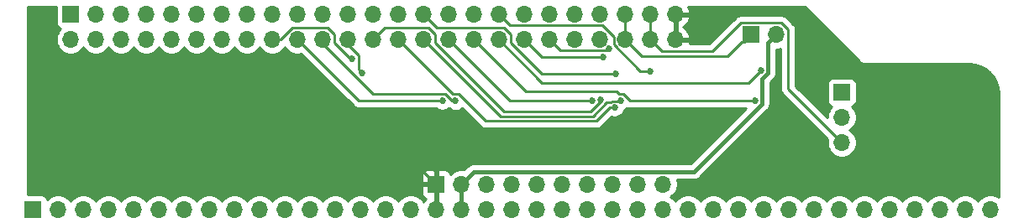
<source format=gbl>
G04 #@! TF.GenerationSoftware,KiCad,Pcbnew,5.1.7*
G04 #@! TF.CreationDate,2020-10-22T00:39:11+01:00*
G04 #@! TF.ProjectId,rc2014-icecore,72633230-3134-42d6-9963-65636f72652e,1*
G04 #@! TF.SameCoordinates,Original*
G04 #@! TF.FileFunction,Copper,L2,Bot*
G04 #@! TF.FilePolarity,Positive*
%FSLAX46Y46*%
G04 Gerber Fmt 4.6, Leading zero omitted, Abs format (unit mm)*
G04 Created by KiCad (PCBNEW 5.1.7) date 2020-10-22 00:39:11*
%MOMM*%
%LPD*%
G01*
G04 APERTURE LIST*
G04 #@! TA.AperFunction,ComponentPad*
%ADD10R,1.700000X1.700000*%
G04 #@! TD*
G04 #@! TA.AperFunction,ComponentPad*
%ADD11O,1.700000X1.700000*%
G04 #@! TD*
G04 #@! TA.AperFunction,ViaPad*
%ADD12C,0.685800*%
G04 #@! TD*
G04 #@! TA.AperFunction,Conductor*
%ADD13C,0.254000*%
G04 #@! TD*
G04 #@! TA.AperFunction,Conductor*
%ADD14C,0.381000*%
G04 #@! TD*
G04 #@! TA.AperFunction,Conductor*
%ADD15C,0.100000*%
G04 #@! TD*
G04 APERTURE END LIST*
D10*
X143256000Y-151511000D03*
D11*
X143256000Y-154051000D03*
X143256000Y-156591000D03*
D10*
X102362000Y-160782000D03*
D11*
X104902000Y-160782000D03*
X107442000Y-160782000D03*
X109982000Y-160782000D03*
X112522000Y-160782000D03*
X115062000Y-160782000D03*
X117602000Y-160782000D03*
X120142000Y-160782000D03*
X122682000Y-160782000D03*
X125222000Y-160782000D03*
D10*
X61722000Y-163322000D03*
D11*
X64262000Y-163322000D03*
X66802000Y-163322000D03*
X69342000Y-163322000D03*
X71882000Y-163322000D03*
X74422000Y-163322000D03*
X76962000Y-163322000D03*
X79502000Y-163322000D03*
X82042000Y-163322000D03*
X84582000Y-163322000D03*
X87122000Y-163322000D03*
X89662000Y-163322000D03*
X92202000Y-163322000D03*
X94742000Y-163322000D03*
X97282000Y-163322000D03*
X99822000Y-163322000D03*
X102362000Y-163322000D03*
X104902000Y-163322000D03*
X107442000Y-163322000D03*
X109982000Y-163322000D03*
X112522000Y-163322000D03*
X115062000Y-163322000D03*
X117602000Y-163322000D03*
X120142000Y-163322000D03*
X122682000Y-163322000D03*
X125222000Y-163322000D03*
X127762000Y-163322000D03*
X130302000Y-163322000D03*
X132842000Y-163322000D03*
X135382000Y-163322000D03*
X137922000Y-163322000D03*
X140462000Y-163322000D03*
X143002000Y-163322000D03*
X145542000Y-163322000D03*
X148082000Y-163322000D03*
X150622000Y-163322000D03*
X153162000Y-163322000D03*
X155702000Y-163322000D03*
X158242000Y-163322000D03*
D10*
X65532000Y-143637000D03*
D11*
X65532000Y-146177000D03*
X68072000Y-143637000D03*
X68072000Y-146177000D03*
X70612000Y-143637000D03*
X70612000Y-146177000D03*
X73152000Y-143637000D03*
X73152000Y-146177000D03*
X75692000Y-143637000D03*
X75692000Y-146177000D03*
X78232000Y-143637000D03*
X78232000Y-146177000D03*
X80772000Y-143637000D03*
X80772000Y-146177000D03*
X83312000Y-143637000D03*
X83312000Y-146177000D03*
X85852000Y-143637000D03*
X85852000Y-146177000D03*
X88392000Y-143637000D03*
X88392000Y-146177000D03*
X90932000Y-143637000D03*
X90932000Y-146177000D03*
X93472000Y-143637000D03*
X93472000Y-146177000D03*
X96012000Y-143637000D03*
X96012000Y-146177000D03*
X98552000Y-143637000D03*
X98552000Y-146177000D03*
X101092000Y-143637000D03*
X101092000Y-146177000D03*
X103632000Y-143637000D03*
X103632000Y-146177000D03*
X106172000Y-143637000D03*
X106172000Y-146177000D03*
X108712000Y-143637000D03*
X108712000Y-146177000D03*
X111252000Y-143637000D03*
X111252000Y-146177000D03*
X113792000Y-143637000D03*
X113792000Y-146177000D03*
X116332000Y-143637000D03*
X116332000Y-146177000D03*
X118872000Y-143637000D03*
X118872000Y-146177000D03*
X121412000Y-143637000D03*
X121412000Y-146177000D03*
X123952000Y-143637000D03*
X123952000Y-146177000D03*
X126492000Y-143637000D03*
X126492000Y-146177000D03*
D10*
X134112000Y-145669000D03*
D11*
X136652000Y-145669000D03*
D12*
X66675000Y-152654000D03*
X74549000Y-156718000D03*
X81661000Y-154051000D03*
X98171000Y-154051000D03*
X105918000Y-155448000D03*
X114935000Y-155448002D03*
X122682000Y-155194000D03*
X131318000Y-154178000D03*
X139065000Y-154940000D03*
X147574000Y-154940000D03*
X156845000Y-154686000D03*
X89789000Y-158470600D03*
X100838000Y-158877000D03*
X101981000Y-154051000D03*
X93884200Y-148092300D03*
X104341800Y-152387900D03*
X118932987Y-152237589D03*
X120448834Y-149658834D03*
X120976532Y-152374787D03*
X103007700Y-152380500D03*
X94869500Y-149530500D03*
X120364240Y-153044943D03*
X118108310Y-152387616D03*
X134498100Y-152371000D03*
X123952000Y-149352000D03*
X135107400Y-149271200D03*
X119229581Y-147927498D03*
X119818799Y-147132738D03*
D13*
X102362000Y-163322000D02*
X102362000Y-161632000D01*
X102362000Y-161632000D02*
X102362000Y-161505000D01*
X102362000Y-161505000D02*
X102362000Y-160782000D01*
X126492000Y-143637000D02*
X126492000Y-146177000D01*
X100838000Y-159258000D02*
X102362000Y-160782000D01*
X100838000Y-158877000D02*
X100838000Y-159258000D01*
D14*
X104902000Y-163322000D02*
X104902000Y-160782000D01*
X106172000Y-159512000D02*
X104902000Y-160782000D01*
X128345100Y-159512000D02*
X106172000Y-159512000D01*
X135806000Y-146515000D02*
X135806000Y-149560600D01*
X136652000Y-145669000D02*
X135806000Y-146515000D01*
X135196700Y-150169900D02*
X135196700Y-152660400D01*
X135806000Y-149560600D02*
X135196700Y-150169900D01*
X135196700Y-152660400D02*
X128345100Y-159512000D01*
D13*
X85852000Y-146177000D02*
X86686900Y-146177000D01*
X86686900Y-146177000D02*
X87892600Y-144971300D01*
X87892600Y-144971300D02*
X90432600Y-144971300D01*
X90432600Y-144971300D02*
X91431400Y-144971300D01*
X91431400Y-144971300D02*
X92137700Y-145677600D01*
X92137700Y-145677600D02*
X92137700Y-146547800D01*
X92137700Y-146547800D02*
X92266300Y-146676400D01*
X92266300Y-146676400D02*
X92972600Y-147382700D01*
X92972600Y-147382700D02*
X93682200Y-148092300D01*
X93682200Y-148092300D02*
X93884200Y-148092300D01*
X90932000Y-146177000D02*
X90932000Y-146581000D01*
X90932000Y-146581000D02*
X94170900Y-149819900D01*
X94170900Y-149819900D02*
X94580100Y-150229100D01*
X94580100Y-150229100D02*
X96032900Y-151681900D01*
X96032900Y-151681900D02*
X103297100Y-151681900D01*
X103297100Y-151681900D02*
X104003100Y-152387900D01*
X104003100Y-152387900D02*
X104341800Y-152387900D01*
X117969409Y-153436400D02*
X118932987Y-152472822D01*
X97217700Y-144971300D02*
X101591400Y-144971300D01*
X102297700Y-146547800D02*
X109186300Y-153436400D01*
X118932987Y-152472822D02*
X118932987Y-152237589D01*
X96012000Y-146177000D02*
X97217700Y-144971300D01*
X109186300Y-153436400D02*
X117969409Y-153436400D01*
X102297700Y-145677600D02*
X102297700Y-146547800D01*
X101591400Y-144971300D02*
X102297700Y-145677600D01*
X102426300Y-144971300D02*
X109211400Y-144971300D01*
X109917700Y-146547800D02*
X113028734Y-149658834D01*
X109917700Y-145677600D02*
X109917700Y-146547800D01*
X101092000Y-143637000D02*
X102426300Y-144971300D01*
X109211400Y-144971300D02*
X109917700Y-145677600D01*
X113028734Y-149658834D02*
X120448834Y-149658834D01*
X119555289Y-152536295D02*
X120005705Y-152536295D01*
X120142000Y-152400000D02*
X120794274Y-152400000D01*
X120819487Y-152374787D02*
X120976532Y-152374787D01*
X108834100Y-153919100D02*
X118172484Y-153919100D01*
X120794274Y-152400000D02*
X120819487Y-152374787D01*
X118172484Y-153919100D02*
X119555289Y-152536295D01*
X101092000Y-146177000D02*
X108834100Y-153919100D01*
X120005705Y-152536295D02*
X120142000Y-152400000D01*
X88392000Y-146177000D02*
X94595500Y-152380500D01*
X94595500Y-152380500D02*
X103007700Y-152380500D01*
X93472000Y-146177000D02*
X93472000Y-146692100D01*
X93472000Y-146692100D02*
X94582800Y-147802900D01*
X94582800Y-147802900D02*
X94582800Y-149243800D01*
X94582800Y-149243800D02*
X94869500Y-149530500D01*
X119878057Y-153044943D02*
X120364240Y-153044943D01*
X98552000Y-146177000D02*
X104064300Y-151689300D01*
X104631200Y-151689300D02*
X107343700Y-154401800D01*
X104064300Y-151689300D02*
X104631200Y-151689300D01*
X107343700Y-154401800D02*
X118521200Y-154401800D01*
X118521200Y-154401800D02*
X119878057Y-153044943D01*
X103632000Y-146177000D02*
X109842616Y-152387616D01*
X109842616Y-152387616D02*
X118108310Y-152387616D01*
X106172000Y-146177000D02*
X111414500Y-151419500D01*
X111414500Y-151419500D02*
X120546800Y-151419500D01*
X120546800Y-151419500D02*
X120804800Y-151677500D01*
X120804800Y-151677500D02*
X121261500Y-151677500D01*
X121261500Y-151677500D02*
X121955000Y-152371000D01*
X121955000Y-152371000D02*
X134498100Y-152371000D01*
X123952000Y-149352000D02*
X122959067Y-149352000D01*
X119132915Y-144766401D02*
X109841401Y-144766401D01*
X120282599Y-145916085D02*
X119132915Y-144766401D01*
X109841401Y-144766401D02*
X108712000Y-143637000D01*
X122959067Y-149352000D02*
X120282599Y-146675532D01*
X120282599Y-146675532D02*
X120282599Y-145916085D01*
X108712000Y-146177000D02*
X113065500Y-150530500D01*
X113065500Y-150530500D02*
X120948000Y-150530500D01*
X120948000Y-150530500D02*
X121526800Y-150530500D01*
X121526800Y-150530500D02*
X133848100Y-150530500D01*
X133848100Y-150530500D02*
X135107400Y-149271200D01*
X119228368Y-147928711D02*
X119229581Y-147927498D01*
X111252000Y-146177000D02*
X113003711Y-147928711D01*
X113003711Y-147928711D02*
X118877557Y-147928711D01*
X118877557Y-147928711D02*
X119228368Y-147928711D01*
X114921401Y-147306401D02*
X118929672Y-147306401D01*
X118929672Y-147306401D02*
X118930876Y-147305197D01*
X113792000Y-146177000D02*
X114921401Y-147306401D01*
X119646340Y-147305197D02*
X119818799Y-147132738D01*
X118930876Y-147305197D02*
X119646340Y-147305197D01*
X121412000Y-146177000D02*
X121412000Y-143637000D01*
X134112000Y-145669000D02*
X133389000Y-146392000D01*
X133389000Y-146392000D02*
X133262000Y-146392000D01*
X133262000Y-146392000D02*
X133209400Y-146392000D01*
X133209400Y-146392000D02*
X131736000Y-147865400D01*
X131736000Y-147865400D02*
X127191400Y-147865400D01*
X127191400Y-147865400D02*
X125792600Y-147865400D01*
X125792600Y-147865400D02*
X123100400Y-147865400D01*
X123100400Y-147865400D02*
X121412000Y-146177000D01*
X123952000Y-143637000D02*
X123952000Y-146177000D01*
X123952000Y-146177000D02*
X125157700Y-147382700D01*
X125157700Y-147382700D02*
X125992600Y-147382700D01*
X125992600Y-147382700D02*
X126991400Y-147382700D01*
X126991400Y-147382700D02*
X130195300Y-147382700D01*
X130195300Y-147382700D02*
X133114700Y-144463300D01*
X133114700Y-144463300D02*
X133241700Y-144463300D01*
X133241700Y-144463300D02*
X134343900Y-144463300D01*
X134343900Y-144463300D02*
X134687700Y-144463300D01*
X134687700Y-144463300D02*
X134814700Y-144463300D01*
X134814700Y-144463300D02*
X135109300Y-144463300D01*
X135109300Y-144463300D02*
X137151400Y-144463300D01*
X137151400Y-144463300D02*
X137857700Y-145169600D01*
X137857700Y-145169600D02*
X137857700Y-151192700D01*
X137857700Y-151192700D02*
X143256000Y-156591000D01*
X64043928Y-142824134D02*
X64043928Y-144487000D01*
X64056188Y-144611482D01*
X64092498Y-144731180D01*
X64151463Y-144841494D01*
X64230815Y-144938185D01*
X64327506Y-145017537D01*
X64437820Y-145076502D01*
X64510380Y-145098513D01*
X64378525Y-145230368D01*
X64216010Y-145473589D01*
X64104068Y-145743842D01*
X64047000Y-146030740D01*
X64047000Y-146323260D01*
X64104068Y-146610158D01*
X64216010Y-146880411D01*
X64378525Y-147123632D01*
X64585368Y-147330475D01*
X64828589Y-147492990D01*
X65098842Y-147604932D01*
X65385740Y-147662000D01*
X65678260Y-147662000D01*
X65965158Y-147604932D01*
X66235411Y-147492990D01*
X66478632Y-147330475D01*
X66685475Y-147123632D01*
X66802000Y-146949240D01*
X66918525Y-147123632D01*
X67125368Y-147330475D01*
X67368589Y-147492990D01*
X67638842Y-147604932D01*
X67925740Y-147662000D01*
X68218260Y-147662000D01*
X68505158Y-147604932D01*
X68775411Y-147492990D01*
X69018632Y-147330475D01*
X69225475Y-147123632D01*
X69342000Y-146949240D01*
X69458525Y-147123632D01*
X69665368Y-147330475D01*
X69908589Y-147492990D01*
X70178842Y-147604932D01*
X70465740Y-147662000D01*
X70758260Y-147662000D01*
X71045158Y-147604932D01*
X71315411Y-147492990D01*
X71558632Y-147330475D01*
X71765475Y-147123632D01*
X71882000Y-146949240D01*
X71998525Y-147123632D01*
X72205368Y-147330475D01*
X72448589Y-147492990D01*
X72718842Y-147604932D01*
X73005740Y-147662000D01*
X73298260Y-147662000D01*
X73585158Y-147604932D01*
X73855411Y-147492990D01*
X74098632Y-147330475D01*
X74305475Y-147123632D01*
X74422000Y-146949240D01*
X74538525Y-147123632D01*
X74745368Y-147330475D01*
X74988589Y-147492990D01*
X75258842Y-147604932D01*
X75545740Y-147662000D01*
X75838260Y-147662000D01*
X76125158Y-147604932D01*
X76395411Y-147492990D01*
X76638632Y-147330475D01*
X76845475Y-147123632D01*
X76962000Y-146949240D01*
X77078525Y-147123632D01*
X77285368Y-147330475D01*
X77528589Y-147492990D01*
X77798842Y-147604932D01*
X78085740Y-147662000D01*
X78378260Y-147662000D01*
X78665158Y-147604932D01*
X78935411Y-147492990D01*
X79178632Y-147330475D01*
X79385475Y-147123632D01*
X79502000Y-146949240D01*
X79618525Y-147123632D01*
X79825368Y-147330475D01*
X80068589Y-147492990D01*
X80338842Y-147604932D01*
X80625740Y-147662000D01*
X80918260Y-147662000D01*
X81205158Y-147604932D01*
X81475411Y-147492990D01*
X81718632Y-147330475D01*
X81925475Y-147123632D01*
X82042000Y-146949240D01*
X82158525Y-147123632D01*
X82365368Y-147330475D01*
X82608589Y-147492990D01*
X82878842Y-147604932D01*
X83165740Y-147662000D01*
X83458260Y-147662000D01*
X83745158Y-147604932D01*
X84015411Y-147492990D01*
X84258632Y-147330475D01*
X84465475Y-147123632D01*
X84582000Y-146949240D01*
X84698525Y-147123632D01*
X84905368Y-147330475D01*
X85148589Y-147492990D01*
X85418842Y-147604932D01*
X85705740Y-147662000D01*
X85998260Y-147662000D01*
X86285158Y-147604932D01*
X86555411Y-147492990D01*
X86798632Y-147330475D01*
X87005475Y-147123632D01*
X87122000Y-146949240D01*
X87238525Y-147123632D01*
X87445368Y-147330475D01*
X87688589Y-147492990D01*
X87958842Y-147604932D01*
X88245740Y-147662000D01*
X88538260Y-147662000D01*
X88756049Y-147618679D01*
X94030221Y-152892852D01*
X94054078Y-152921922D01*
X94083148Y-152945779D01*
X94170107Y-153017145D01*
X94222114Y-153044943D01*
X94302485Y-153087902D01*
X94446122Y-153131474D01*
X94558074Y-153142500D01*
X94558077Y-153142500D01*
X94595500Y-153146186D01*
X94632923Y-153142500D01*
X102387939Y-153142500D01*
X102544490Y-153247104D01*
X102722457Y-153320820D01*
X102911385Y-153358400D01*
X103104015Y-153358400D01*
X103292943Y-153320820D01*
X103470910Y-153247104D01*
X103631075Y-153140085D01*
X103671050Y-153100110D01*
X103718425Y-153147485D01*
X103878590Y-153254504D01*
X104056557Y-153328220D01*
X104245485Y-153365800D01*
X104438115Y-153365800D01*
X104627043Y-153328220D01*
X104805010Y-153254504D01*
X104965175Y-153147485D01*
X104988465Y-153124195D01*
X106778421Y-154914152D01*
X106802278Y-154943222D01*
X106918308Y-155038445D01*
X107050685Y-155109202D01*
X107194322Y-155152774D01*
X107306274Y-155163800D01*
X107306276Y-155163800D01*
X107343699Y-155167486D01*
X107381122Y-155163800D01*
X118483777Y-155163800D01*
X118521200Y-155167486D01*
X118558623Y-155163800D01*
X118558626Y-155163800D01*
X118670578Y-155152774D01*
X118814215Y-155109202D01*
X118946592Y-155038445D01*
X119062622Y-154943222D01*
X119086484Y-154914146D01*
X120034004Y-153966626D01*
X120078997Y-153985263D01*
X120267925Y-154022843D01*
X120460555Y-154022843D01*
X120649483Y-153985263D01*
X120827450Y-153911547D01*
X120987615Y-153804528D01*
X121123825Y-153668318D01*
X121230844Y-153508153D01*
X121304560Y-153330186D01*
X121311670Y-153294440D01*
X121439742Y-153241391D01*
X121599907Y-153134372D01*
X121658005Y-153076274D01*
X121661985Y-153078402D01*
X121805622Y-153121974D01*
X121917574Y-153133000D01*
X121917576Y-153133000D01*
X121954999Y-153136686D01*
X121992422Y-153133000D01*
X133556666Y-153133000D01*
X128003168Y-158686500D01*
X106212550Y-158686500D01*
X106171999Y-158682506D01*
X106131449Y-158686500D01*
X106131447Y-158686500D01*
X106010174Y-158698444D01*
X105854566Y-158745647D01*
X105761111Y-158795601D01*
X105711157Y-158822301D01*
X105649596Y-158872823D01*
X105585459Y-158925459D01*
X105559608Y-158956959D01*
X105191145Y-159325422D01*
X105048260Y-159297000D01*
X104755740Y-159297000D01*
X104468842Y-159354068D01*
X104198589Y-159466010D01*
X103955368Y-159628525D01*
X103823513Y-159760380D01*
X103801502Y-159687820D01*
X103742537Y-159577506D01*
X103663185Y-159480815D01*
X103566494Y-159401463D01*
X103456180Y-159342498D01*
X103336482Y-159306188D01*
X103212000Y-159293928D01*
X102647750Y-159297000D01*
X102489000Y-159455750D01*
X102489000Y-160655000D01*
X102509000Y-160655000D01*
X102509000Y-160909000D01*
X102489000Y-160909000D01*
X102489000Y-163195000D01*
X102509000Y-163195000D01*
X102509000Y-163449000D01*
X102489000Y-163449000D01*
X102489000Y-163469000D01*
X102235000Y-163469000D01*
X102235000Y-163449000D01*
X102215000Y-163449000D01*
X102215000Y-163195000D01*
X102235000Y-163195000D01*
X102235000Y-160909000D01*
X101035750Y-160909000D01*
X100877000Y-161067750D01*
X100873928Y-161632000D01*
X100886188Y-161756482D01*
X100922498Y-161876180D01*
X100981463Y-161986494D01*
X101060815Y-162083185D01*
X101157506Y-162162537D01*
X101267820Y-162221502D01*
X101343626Y-162244498D01*
X101166822Y-162440645D01*
X101097195Y-162557534D01*
X100975475Y-162375368D01*
X100768632Y-162168525D01*
X100525411Y-162006010D01*
X100255158Y-161894068D01*
X99968260Y-161837000D01*
X99675740Y-161837000D01*
X99388842Y-161894068D01*
X99118589Y-162006010D01*
X98875368Y-162168525D01*
X98668525Y-162375368D01*
X98552000Y-162549760D01*
X98435475Y-162375368D01*
X98228632Y-162168525D01*
X97985411Y-162006010D01*
X97715158Y-161894068D01*
X97428260Y-161837000D01*
X97135740Y-161837000D01*
X96848842Y-161894068D01*
X96578589Y-162006010D01*
X96335368Y-162168525D01*
X96128525Y-162375368D01*
X96012000Y-162549760D01*
X95895475Y-162375368D01*
X95688632Y-162168525D01*
X95445411Y-162006010D01*
X95175158Y-161894068D01*
X94888260Y-161837000D01*
X94595740Y-161837000D01*
X94308842Y-161894068D01*
X94038589Y-162006010D01*
X93795368Y-162168525D01*
X93588525Y-162375368D01*
X93472000Y-162549760D01*
X93355475Y-162375368D01*
X93148632Y-162168525D01*
X92905411Y-162006010D01*
X92635158Y-161894068D01*
X92348260Y-161837000D01*
X92055740Y-161837000D01*
X91768842Y-161894068D01*
X91498589Y-162006010D01*
X91255368Y-162168525D01*
X91048525Y-162375368D01*
X90932000Y-162549760D01*
X90815475Y-162375368D01*
X90608632Y-162168525D01*
X90365411Y-162006010D01*
X90095158Y-161894068D01*
X89808260Y-161837000D01*
X89515740Y-161837000D01*
X89228842Y-161894068D01*
X88958589Y-162006010D01*
X88715368Y-162168525D01*
X88508525Y-162375368D01*
X88392000Y-162549760D01*
X88275475Y-162375368D01*
X88068632Y-162168525D01*
X87825411Y-162006010D01*
X87555158Y-161894068D01*
X87268260Y-161837000D01*
X86975740Y-161837000D01*
X86688842Y-161894068D01*
X86418589Y-162006010D01*
X86175368Y-162168525D01*
X85968525Y-162375368D01*
X85852000Y-162549760D01*
X85735475Y-162375368D01*
X85528632Y-162168525D01*
X85285411Y-162006010D01*
X85015158Y-161894068D01*
X84728260Y-161837000D01*
X84435740Y-161837000D01*
X84148842Y-161894068D01*
X83878589Y-162006010D01*
X83635368Y-162168525D01*
X83428525Y-162375368D01*
X83312000Y-162549760D01*
X83195475Y-162375368D01*
X82988632Y-162168525D01*
X82745411Y-162006010D01*
X82475158Y-161894068D01*
X82188260Y-161837000D01*
X81895740Y-161837000D01*
X81608842Y-161894068D01*
X81338589Y-162006010D01*
X81095368Y-162168525D01*
X80888525Y-162375368D01*
X80772000Y-162549760D01*
X80655475Y-162375368D01*
X80448632Y-162168525D01*
X80205411Y-162006010D01*
X79935158Y-161894068D01*
X79648260Y-161837000D01*
X79355740Y-161837000D01*
X79068842Y-161894068D01*
X78798589Y-162006010D01*
X78555368Y-162168525D01*
X78348525Y-162375368D01*
X78232000Y-162549760D01*
X78115475Y-162375368D01*
X77908632Y-162168525D01*
X77665411Y-162006010D01*
X77395158Y-161894068D01*
X77108260Y-161837000D01*
X76815740Y-161837000D01*
X76528842Y-161894068D01*
X76258589Y-162006010D01*
X76015368Y-162168525D01*
X75808525Y-162375368D01*
X75692000Y-162549760D01*
X75575475Y-162375368D01*
X75368632Y-162168525D01*
X75125411Y-162006010D01*
X74855158Y-161894068D01*
X74568260Y-161837000D01*
X74275740Y-161837000D01*
X73988842Y-161894068D01*
X73718589Y-162006010D01*
X73475368Y-162168525D01*
X73268525Y-162375368D01*
X73152000Y-162549760D01*
X73035475Y-162375368D01*
X72828632Y-162168525D01*
X72585411Y-162006010D01*
X72315158Y-161894068D01*
X72028260Y-161837000D01*
X71735740Y-161837000D01*
X71448842Y-161894068D01*
X71178589Y-162006010D01*
X70935368Y-162168525D01*
X70728525Y-162375368D01*
X70612000Y-162549760D01*
X70495475Y-162375368D01*
X70288632Y-162168525D01*
X70045411Y-162006010D01*
X69775158Y-161894068D01*
X69488260Y-161837000D01*
X69195740Y-161837000D01*
X68908842Y-161894068D01*
X68638589Y-162006010D01*
X68395368Y-162168525D01*
X68188525Y-162375368D01*
X68072000Y-162549760D01*
X67955475Y-162375368D01*
X67748632Y-162168525D01*
X67505411Y-162006010D01*
X67235158Y-161894068D01*
X66948260Y-161837000D01*
X66655740Y-161837000D01*
X66368842Y-161894068D01*
X66098589Y-162006010D01*
X65855368Y-162168525D01*
X65648525Y-162375368D01*
X65532000Y-162549760D01*
X65415475Y-162375368D01*
X65208632Y-162168525D01*
X64965411Y-162006010D01*
X64695158Y-161894068D01*
X64408260Y-161837000D01*
X64115740Y-161837000D01*
X63828842Y-161894068D01*
X63558589Y-162006010D01*
X63315368Y-162168525D01*
X63183513Y-162300380D01*
X63161502Y-162227820D01*
X63102537Y-162117506D01*
X63023185Y-162020815D01*
X62926494Y-161941463D01*
X62816180Y-161882498D01*
X62696482Y-161846188D01*
X62572000Y-161833928D01*
X61210333Y-161833928D01*
X61210570Y-159932000D01*
X100873928Y-159932000D01*
X100877000Y-160496250D01*
X101035750Y-160655000D01*
X102235000Y-160655000D01*
X102235000Y-159455750D01*
X102076250Y-159297000D01*
X101512000Y-159293928D01*
X101387518Y-159306188D01*
X101267820Y-159342498D01*
X101157506Y-159401463D01*
X101060815Y-159480815D01*
X100981463Y-159577506D01*
X100922498Y-159687820D01*
X100886188Y-159807518D01*
X100873928Y-159932000D01*
X61210570Y-159932000D01*
X61212711Y-142823227D01*
X64043928Y-142824134D01*
G04 #@! TA.AperFunction,Conductor*
D15*
G36*
X64043928Y-142824134D02*
G01*
X64043928Y-144487000D01*
X64056188Y-144611482D01*
X64092498Y-144731180D01*
X64151463Y-144841494D01*
X64230815Y-144938185D01*
X64327506Y-145017537D01*
X64437820Y-145076502D01*
X64510380Y-145098513D01*
X64378525Y-145230368D01*
X64216010Y-145473589D01*
X64104068Y-145743842D01*
X64047000Y-146030740D01*
X64047000Y-146323260D01*
X64104068Y-146610158D01*
X64216010Y-146880411D01*
X64378525Y-147123632D01*
X64585368Y-147330475D01*
X64828589Y-147492990D01*
X65098842Y-147604932D01*
X65385740Y-147662000D01*
X65678260Y-147662000D01*
X65965158Y-147604932D01*
X66235411Y-147492990D01*
X66478632Y-147330475D01*
X66685475Y-147123632D01*
X66802000Y-146949240D01*
X66918525Y-147123632D01*
X67125368Y-147330475D01*
X67368589Y-147492990D01*
X67638842Y-147604932D01*
X67925740Y-147662000D01*
X68218260Y-147662000D01*
X68505158Y-147604932D01*
X68775411Y-147492990D01*
X69018632Y-147330475D01*
X69225475Y-147123632D01*
X69342000Y-146949240D01*
X69458525Y-147123632D01*
X69665368Y-147330475D01*
X69908589Y-147492990D01*
X70178842Y-147604932D01*
X70465740Y-147662000D01*
X70758260Y-147662000D01*
X71045158Y-147604932D01*
X71315411Y-147492990D01*
X71558632Y-147330475D01*
X71765475Y-147123632D01*
X71882000Y-146949240D01*
X71998525Y-147123632D01*
X72205368Y-147330475D01*
X72448589Y-147492990D01*
X72718842Y-147604932D01*
X73005740Y-147662000D01*
X73298260Y-147662000D01*
X73585158Y-147604932D01*
X73855411Y-147492990D01*
X74098632Y-147330475D01*
X74305475Y-147123632D01*
X74422000Y-146949240D01*
X74538525Y-147123632D01*
X74745368Y-147330475D01*
X74988589Y-147492990D01*
X75258842Y-147604932D01*
X75545740Y-147662000D01*
X75838260Y-147662000D01*
X76125158Y-147604932D01*
X76395411Y-147492990D01*
X76638632Y-147330475D01*
X76845475Y-147123632D01*
X76962000Y-146949240D01*
X77078525Y-147123632D01*
X77285368Y-147330475D01*
X77528589Y-147492990D01*
X77798842Y-147604932D01*
X78085740Y-147662000D01*
X78378260Y-147662000D01*
X78665158Y-147604932D01*
X78935411Y-147492990D01*
X79178632Y-147330475D01*
X79385475Y-147123632D01*
X79502000Y-146949240D01*
X79618525Y-147123632D01*
X79825368Y-147330475D01*
X80068589Y-147492990D01*
X80338842Y-147604932D01*
X80625740Y-147662000D01*
X80918260Y-147662000D01*
X81205158Y-147604932D01*
X81475411Y-147492990D01*
X81718632Y-147330475D01*
X81925475Y-147123632D01*
X82042000Y-146949240D01*
X82158525Y-147123632D01*
X82365368Y-147330475D01*
X82608589Y-147492990D01*
X82878842Y-147604932D01*
X83165740Y-147662000D01*
X83458260Y-147662000D01*
X83745158Y-147604932D01*
X84015411Y-147492990D01*
X84258632Y-147330475D01*
X84465475Y-147123632D01*
X84582000Y-146949240D01*
X84698525Y-147123632D01*
X84905368Y-147330475D01*
X85148589Y-147492990D01*
X85418842Y-147604932D01*
X85705740Y-147662000D01*
X85998260Y-147662000D01*
X86285158Y-147604932D01*
X86555411Y-147492990D01*
X86798632Y-147330475D01*
X87005475Y-147123632D01*
X87122000Y-146949240D01*
X87238525Y-147123632D01*
X87445368Y-147330475D01*
X87688589Y-147492990D01*
X87958842Y-147604932D01*
X88245740Y-147662000D01*
X88538260Y-147662000D01*
X88756049Y-147618679D01*
X94030221Y-152892852D01*
X94054078Y-152921922D01*
X94083148Y-152945779D01*
X94170107Y-153017145D01*
X94222114Y-153044943D01*
X94302485Y-153087902D01*
X94446122Y-153131474D01*
X94558074Y-153142500D01*
X94558077Y-153142500D01*
X94595500Y-153146186D01*
X94632923Y-153142500D01*
X102387939Y-153142500D01*
X102544490Y-153247104D01*
X102722457Y-153320820D01*
X102911385Y-153358400D01*
X103104015Y-153358400D01*
X103292943Y-153320820D01*
X103470910Y-153247104D01*
X103631075Y-153140085D01*
X103671050Y-153100110D01*
X103718425Y-153147485D01*
X103878590Y-153254504D01*
X104056557Y-153328220D01*
X104245485Y-153365800D01*
X104438115Y-153365800D01*
X104627043Y-153328220D01*
X104805010Y-153254504D01*
X104965175Y-153147485D01*
X104988465Y-153124195D01*
X106778421Y-154914152D01*
X106802278Y-154943222D01*
X106918308Y-155038445D01*
X107050685Y-155109202D01*
X107194322Y-155152774D01*
X107306274Y-155163800D01*
X107306276Y-155163800D01*
X107343699Y-155167486D01*
X107381122Y-155163800D01*
X118483777Y-155163800D01*
X118521200Y-155167486D01*
X118558623Y-155163800D01*
X118558626Y-155163800D01*
X118670578Y-155152774D01*
X118814215Y-155109202D01*
X118946592Y-155038445D01*
X119062622Y-154943222D01*
X119086484Y-154914146D01*
X120034004Y-153966626D01*
X120078997Y-153985263D01*
X120267925Y-154022843D01*
X120460555Y-154022843D01*
X120649483Y-153985263D01*
X120827450Y-153911547D01*
X120987615Y-153804528D01*
X121123825Y-153668318D01*
X121230844Y-153508153D01*
X121304560Y-153330186D01*
X121311670Y-153294440D01*
X121439742Y-153241391D01*
X121599907Y-153134372D01*
X121658005Y-153076274D01*
X121661985Y-153078402D01*
X121805622Y-153121974D01*
X121917574Y-153133000D01*
X121917576Y-153133000D01*
X121954999Y-153136686D01*
X121992422Y-153133000D01*
X133556666Y-153133000D01*
X128003168Y-158686500D01*
X106212550Y-158686500D01*
X106171999Y-158682506D01*
X106131449Y-158686500D01*
X106131447Y-158686500D01*
X106010174Y-158698444D01*
X105854566Y-158745647D01*
X105761111Y-158795601D01*
X105711157Y-158822301D01*
X105649596Y-158872823D01*
X105585459Y-158925459D01*
X105559608Y-158956959D01*
X105191145Y-159325422D01*
X105048260Y-159297000D01*
X104755740Y-159297000D01*
X104468842Y-159354068D01*
X104198589Y-159466010D01*
X103955368Y-159628525D01*
X103823513Y-159760380D01*
X103801502Y-159687820D01*
X103742537Y-159577506D01*
X103663185Y-159480815D01*
X103566494Y-159401463D01*
X103456180Y-159342498D01*
X103336482Y-159306188D01*
X103212000Y-159293928D01*
X102647750Y-159297000D01*
X102489000Y-159455750D01*
X102489000Y-160655000D01*
X102509000Y-160655000D01*
X102509000Y-160909000D01*
X102489000Y-160909000D01*
X102489000Y-163195000D01*
X102509000Y-163195000D01*
X102509000Y-163449000D01*
X102489000Y-163449000D01*
X102489000Y-163469000D01*
X102235000Y-163469000D01*
X102235000Y-163449000D01*
X102215000Y-163449000D01*
X102215000Y-163195000D01*
X102235000Y-163195000D01*
X102235000Y-160909000D01*
X101035750Y-160909000D01*
X100877000Y-161067750D01*
X100873928Y-161632000D01*
X100886188Y-161756482D01*
X100922498Y-161876180D01*
X100981463Y-161986494D01*
X101060815Y-162083185D01*
X101157506Y-162162537D01*
X101267820Y-162221502D01*
X101343626Y-162244498D01*
X101166822Y-162440645D01*
X101097195Y-162557534D01*
X100975475Y-162375368D01*
X100768632Y-162168525D01*
X100525411Y-162006010D01*
X100255158Y-161894068D01*
X99968260Y-161837000D01*
X99675740Y-161837000D01*
X99388842Y-161894068D01*
X99118589Y-162006010D01*
X98875368Y-162168525D01*
X98668525Y-162375368D01*
X98552000Y-162549760D01*
X98435475Y-162375368D01*
X98228632Y-162168525D01*
X97985411Y-162006010D01*
X97715158Y-161894068D01*
X97428260Y-161837000D01*
X97135740Y-161837000D01*
X96848842Y-161894068D01*
X96578589Y-162006010D01*
X96335368Y-162168525D01*
X96128525Y-162375368D01*
X96012000Y-162549760D01*
X95895475Y-162375368D01*
X95688632Y-162168525D01*
X95445411Y-162006010D01*
X95175158Y-161894068D01*
X94888260Y-161837000D01*
X94595740Y-161837000D01*
X94308842Y-161894068D01*
X94038589Y-162006010D01*
X93795368Y-162168525D01*
X93588525Y-162375368D01*
X93472000Y-162549760D01*
X93355475Y-162375368D01*
X93148632Y-162168525D01*
X92905411Y-162006010D01*
X92635158Y-161894068D01*
X92348260Y-161837000D01*
X92055740Y-161837000D01*
X91768842Y-161894068D01*
X91498589Y-162006010D01*
X91255368Y-162168525D01*
X91048525Y-162375368D01*
X90932000Y-162549760D01*
X90815475Y-162375368D01*
X90608632Y-162168525D01*
X90365411Y-162006010D01*
X90095158Y-161894068D01*
X89808260Y-161837000D01*
X89515740Y-161837000D01*
X89228842Y-161894068D01*
X88958589Y-162006010D01*
X88715368Y-162168525D01*
X88508525Y-162375368D01*
X88392000Y-162549760D01*
X88275475Y-162375368D01*
X88068632Y-162168525D01*
X87825411Y-162006010D01*
X87555158Y-161894068D01*
X87268260Y-161837000D01*
X86975740Y-161837000D01*
X86688842Y-161894068D01*
X86418589Y-162006010D01*
X86175368Y-162168525D01*
X85968525Y-162375368D01*
X85852000Y-162549760D01*
X85735475Y-162375368D01*
X85528632Y-162168525D01*
X85285411Y-162006010D01*
X85015158Y-161894068D01*
X84728260Y-161837000D01*
X84435740Y-161837000D01*
X84148842Y-161894068D01*
X83878589Y-162006010D01*
X83635368Y-162168525D01*
X83428525Y-162375368D01*
X83312000Y-162549760D01*
X83195475Y-162375368D01*
X82988632Y-162168525D01*
X82745411Y-162006010D01*
X82475158Y-161894068D01*
X82188260Y-161837000D01*
X81895740Y-161837000D01*
X81608842Y-161894068D01*
X81338589Y-162006010D01*
X81095368Y-162168525D01*
X80888525Y-162375368D01*
X80772000Y-162549760D01*
X80655475Y-162375368D01*
X80448632Y-162168525D01*
X80205411Y-162006010D01*
X79935158Y-161894068D01*
X79648260Y-161837000D01*
X79355740Y-161837000D01*
X79068842Y-161894068D01*
X78798589Y-162006010D01*
X78555368Y-162168525D01*
X78348525Y-162375368D01*
X78232000Y-162549760D01*
X78115475Y-162375368D01*
X77908632Y-162168525D01*
X77665411Y-162006010D01*
X77395158Y-161894068D01*
X77108260Y-161837000D01*
X76815740Y-161837000D01*
X76528842Y-161894068D01*
X76258589Y-162006010D01*
X76015368Y-162168525D01*
X75808525Y-162375368D01*
X75692000Y-162549760D01*
X75575475Y-162375368D01*
X75368632Y-162168525D01*
X75125411Y-162006010D01*
X74855158Y-161894068D01*
X74568260Y-161837000D01*
X74275740Y-161837000D01*
X73988842Y-161894068D01*
X73718589Y-162006010D01*
X73475368Y-162168525D01*
X73268525Y-162375368D01*
X73152000Y-162549760D01*
X73035475Y-162375368D01*
X72828632Y-162168525D01*
X72585411Y-162006010D01*
X72315158Y-161894068D01*
X72028260Y-161837000D01*
X71735740Y-161837000D01*
X71448842Y-161894068D01*
X71178589Y-162006010D01*
X70935368Y-162168525D01*
X70728525Y-162375368D01*
X70612000Y-162549760D01*
X70495475Y-162375368D01*
X70288632Y-162168525D01*
X70045411Y-162006010D01*
X69775158Y-161894068D01*
X69488260Y-161837000D01*
X69195740Y-161837000D01*
X68908842Y-161894068D01*
X68638589Y-162006010D01*
X68395368Y-162168525D01*
X68188525Y-162375368D01*
X68072000Y-162549760D01*
X67955475Y-162375368D01*
X67748632Y-162168525D01*
X67505411Y-162006010D01*
X67235158Y-161894068D01*
X66948260Y-161837000D01*
X66655740Y-161837000D01*
X66368842Y-161894068D01*
X66098589Y-162006010D01*
X65855368Y-162168525D01*
X65648525Y-162375368D01*
X65532000Y-162549760D01*
X65415475Y-162375368D01*
X65208632Y-162168525D01*
X64965411Y-162006010D01*
X64695158Y-161894068D01*
X64408260Y-161837000D01*
X64115740Y-161837000D01*
X63828842Y-161894068D01*
X63558589Y-162006010D01*
X63315368Y-162168525D01*
X63183513Y-162300380D01*
X63161502Y-162227820D01*
X63102537Y-162117506D01*
X63023185Y-162020815D01*
X62926494Y-161941463D01*
X62816180Y-161882498D01*
X62696482Y-161846188D01*
X62572000Y-161833928D01*
X61210333Y-161833928D01*
X61210570Y-159932000D01*
X100873928Y-159932000D01*
X100877000Y-160496250D01*
X101035750Y-160655000D01*
X102235000Y-160655000D01*
X102235000Y-159455750D01*
X102076250Y-159297000D01*
X101512000Y-159293928D01*
X101387518Y-159306188D01*
X101267820Y-159342498D01*
X101157506Y-159401463D01*
X101060815Y-159480815D01*
X100981463Y-159577506D01*
X100922498Y-159687820D01*
X100886188Y-159807518D01*
X100873928Y-159932000D01*
X61210570Y-159932000D01*
X61212711Y-142823227D01*
X64043928Y-142824134D01*
G37*
G04 #@! TD.AperFunction*
D13*
X139502613Y-142848305D02*
X145014421Y-148402723D01*
X145037525Y-148430875D01*
X145090562Y-148474401D01*
X145143355Y-148518069D01*
X145144570Y-148518725D01*
X145145637Y-148519600D01*
X145206082Y-148551908D01*
X145266444Y-148584472D01*
X145267764Y-148584878D01*
X145268980Y-148585528D01*
X145334649Y-148605449D01*
X145400122Y-148625585D01*
X145401492Y-148625725D01*
X145402816Y-148626127D01*
X145471111Y-148632853D01*
X145539253Y-148639830D01*
X145575507Y-148636400D01*
X156070479Y-148636400D01*
X156677686Y-148695938D01*
X157228365Y-148862198D01*
X157736262Y-149132251D01*
X158182034Y-149495812D01*
X158548703Y-149939039D01*
X158822295Y-150445037D01*
X158992395Y-150994542D01*
X159056000Y-151599705D01*
X159056001Y-162079904D01*
X158945411Y-162006010D01*
X158675158Y-161894068D01*
X158388260Y-161837000D01*
X158095740Y-161837000D01*
X157808842Y-161894068D01*
X157538589Y-162006010D01*
X157295368Y-162168525D01*
X157088525Y-162375368D01*
X156972000Y-162549760D01*
X156855475Y-162375368D01*
X156648632Y-162168525D01*
X156405411Y-162006010D01*
X156135158Y-161894068D01*
X155848260Y-161837000D01*
X155555740Y-161837000D01*
X155268842Y-161894068D01*
X154998589Y-162006010D01*
X154755368Y-162168525D01*
X154548525Y-162375368D01*
X154432000Y-162549760D01*
X154315475Y-162375368D01*
X154108632Y-162168525D01*
X153865411Y-162006010D01*
X153595158Y-161894068D01*
X153308260Y-161837000D01*
X153015740Y-161837000D01*
X152728842Y-161894068D01*
X152458589Y-162006010D01*
X152215368Y-162168525D01*
X152008525Y-162375368D01*
X151892000Y-162549760D01*
X151775475Y-162375368D01*
X151568632Y-162168525D01*
X151325411Y-162006010D01*
X151055158Y-161894068D01*
X150768260Y-161837000D01*
X150475740Y-161837000D01*
X150188842Y-161894068D01*
X149918589Y-162006010D01*
X149675368Y-162168525D01*
X149468525Y-162375368D01*
X149352000Y-162549760D01*
X149235475Y-162375368D01*
X149028632Y-162168525D01*
X148785411Y-162006010D01*
X148515158Y-161894068D01*
X148228260Y-161837000D01*
X147935740Y-161837000D01*
X147648842Y-161894068D01*
X147378589Y-162006010D01*
X147135368Y-162168525D01*
X146928525Y-162375368D01*
X146812000Y-162549760D01*
X146695475Y-162375368D01*
X146488632Y-162168525D01*
X146245411Y-162006010D01*
X145975158Y-161894068D01*
X145688260Y-161837000D01*
X145395740Y-161837000D01*
X145108842Y-161894068D01*
X144838589Y-162006010D01*
X144595368Y-162168525D01*
X144388525Y-162375368D01*
X144272000Y-162549760D01*
X144155475Y-162375368D01*
X143948632Y-162168525D01*
X143705411Y-162006010D01*
X143435158Y-161894068D01*
X143148260Y-161837000D01*
X142855740Y-161837000D01*
X142568842Y-161894068D01*
X142298589Y-162006010D01*
X142055368Y-162168525D01*
X141848525Y-162375368D01*
X141732000Y-162549760D01*
X141615475Y-162375368D01*
X141408632Y-162168525D01*
X141165411Y-162006010D01*
X140895158Y-161894068D01*
X140608260Y-161837000D01*
X140315740Y-161837000D01*
X140028842Y-161894068D01*
X139758589Y-162006010D01*
X139515368Y-162168525D01*
X139308525Y-162375368D01*
X139192000Y-162549760D01*
X139075475Y-162375368D01*
X138868632Y-162168525D01*
X138625411Y-162006010D01*
X138355158Y-161894068D01*
X138068260Y-161837000D01*
X137775740Y-161837000D01*
X137488842Y-161894068D01*
X137218589Y-162006010D01*
X136975368Y-162168525D01*
X136768525Y-162375368D01*
X136652000Y-162549760D01*
X136535475Y-162375368D01*
X136328632Y-162168525D01*
X136085411Y-162006010D01*
X135815158Y-161894068D01*
X135528260Y-161837000D01*
X135235740Y-161837000D01*
X134948842Y-161894068D01*
X134678589Y-162006010D01*
X134435368Y-162168525D01*
X134228525Y-162375368D01*
X134112000Y-162549760D01*
X133995475Y-162375368D01*
X133788632Y-162168525D01*
X133545411Y-162006010D01*
X133275158Y-161894068D01*
X132988260Y-161837000D01*
X132695740Y-161837000D01*
X132408842Y-161894068D01*
X132138589Y-162006010D01*
X131895368Y-162168525D01*
X131688525Y-162375368D01*
X131572000Y-162549760D01*
X131455475Y-162375368D01*
X131248632Y-162168525D01*
X131005411Y-162006010D01*
X130735158Y-161894068D01*
X130448260Y-161837000D01*
X130155740Y-161837000D01*
X129868842Y-161894068D01*
X129598589Y-162006010D01*
X129355368Y-162168525D01*
X129148525Y-162375368D01*
X129032000Y-162549760D01*
X128915475Y-162375368D01*
X128708632Y-162168525D01*
X128465411Y-162006010D01*
X128195158Y-161894068D01*
X127908260Y-161837000D01*
X127615740Y-161837000D01*
X127328842Y-161894068D01*
X127058589Y-162006010D01*
X126815368Y-162168525D01*
X126608525Y-162375368D01*
X126492000Y-162549760D01*
X126375475Y-162375368D01*
X126168632Y-162168525D01*
X125994240Y-162052000D01*
X126168632Y-161935475D01*
X126375475Y-161728632D01*
X126537990Y-161485411D01*
X126649932Y-161215158D01*
X126707000Y-160928260D01*
X126707000Y-160635740D01*
X126649932Y-160348842D01*
X126645234Y-160337500D01*
X128304550Y-160337500D01*
X128345100Y-160341494D01*
X128385650Y-160337500D01*
X128385653Y-160337500D01*
X128506926Y-160325556D01*
X128662534Y-160278353D01*
X128805942Y-160201699D01*
X128931641Y-160098541D01*
X128957498Y-160067034D01*
X135751745Y-153272789D01*
X135783241Y-153246941D01*
X135809089Y-153215445D01*
X135809092Y-153215442D01*
X135886399Y-153121243D01*
X135963053Y-152977834D01*
X136010256Y-152822226D01*
X136022200Y-152700953D01*
X136022200Y-152700951D01*
X136026194Y-152660400D01*
X136022200Y-152619850D01*
X136022200Y-150511832D01*
X136361039Y-150172994D01*
X136392541Y-150147141D01*
X136495699Y-150021442D01*
X136572353Y-149878034D01*
X136619556Y-149722426D01*
X136631500Y-149601153D01*
X136631500Y-149601151D01*
X136635494Y-149560601D01*
X136631500Y-149520050D01*
X136631500Y-147154000D01*
X136798260Y-147154000D01*
X137085158Y-147096932D01*
X137095700Y-147092565D01*
X137095701Y-151155267D01*
X137092014Y-151192700D01*
X137106727Y-151342078D01*
X137150299Y-151485715D01*
X137221055Y-151618092D01*
X137282201Y-151692598D01*
X137316279Y-151734122D01*
X137345349Y-151757979D01*
X141814321Y-156226952D01*
X141771000Y-156444740D01*
X141771000Y-156737260D01*
X141828068Y-157024158D01*
X141940010Y-157294411D01*
X142102525Y-157537632D01*
X142309368Y-157744475D01*
X142552589Y-157906990D01*
X142822842Y-158018932D01*
X143109740Y-158076000D01*
X143402260Y-158076000D01*
X143689158Y-158018932D01*
X143959411Y-157906990D01*
X144202632Y-157744475D01*
X144409475Y-157537632D01*
X144571990Y-157294411D01*
X144683932Y-157024158D01*
X144741000Y-156737260D01*
X144741000Y-156444740D01*
X144683932Y-156157842D01*
X144571990Y-155887589D01*
X144409475Y-155644368D01*
X144202632Y-155437525D01*
X144028240Y-155321000D01*
X144202632Y-155204475D01*
X144409475Y-154997632D01*
X144571990Y-154754411D01*
X144683932Y-154484158D01*
X144741000Y-154197260D01*
X144741000Y-153904740D01*
X144683932Y-153617842D01*
X144571990Y-153347589D01*
X144409475Y-153104368D01*
X144277620Y-152972513D01*
X144350180Y-152950502D01*
X144460494Y-152891537D01*
X144557185Y-152812185D01*
X144636537Y-152715494D01*
X144695502Y-152605180D01*
X144731812Y-152485482D01*
X144744072Y-152361000D01*
X144744072Y-150661000D01*
X144731812Y-150536518D01*
X144695502Y-150416820D01*
X144636537Y-150306506D01*
X144557185Y-150209815D01*
X144460494Y-150130463D01*
X144350180Y-150071498D01*
X144230482Y-150035188D01*
X144106000Y-150022928D01*
X142406000Y-150022928D01*
X142281518Y-150035188D01*
X142161820Y-150071498D01*
X142051506Y-150130463D01*
X141954815Y-150209815D01*
X141875463Y-150306506D01*
X141816498Y-150416820D01*
X141780188Y-150536518D01*
X141767928Y-150661000D01*
X141767928Y-152361000D01*
X141780188Y-152485482D01*
X141816498Y-152605180D01*
X141875463Y-152715494D01*
X141954815Y-152812185D01*
X142051506Y-152891537D01*
X142161820Y-152950502D01*
X142234380Y-152972513D01*
X142102525Y-153104368D01*
X141940010Y-153347589D01*
X141828068Y-153617842D01*
X141771000Y-153904740D01*
X141771000Y-154028369D01*
X138619700Y-150877070D01*
X138619700Y-145207022D01*
X138623386Y-145169599D01*
X138619247Y-145127579D01*
X138608674Y-145020222D01*
X138565102Y-144876585D01*
X138494345Y-144744208D01*
X138399122Y-144628178D01*
X138370053Y-144604322D01*
X137716683Y-143950953D01*
X137692822Y-143921878D01*
X137576792Y-143826655D01*
X137444415Y-143755898D01*
X137300778Y-143712326D01*
X137188826Y-143701300D01*
X137188823Y-143701300D01*
X137151400Y-143697614D01*
X137113977Y-143701300D01*
X133152122Y-143701300D01*
X133114699Y-143697614D01*
X133077276Y-143701300D01*
X133077274Y-143701300D01*
X132965322Y-143712326D01*
X132821685Y-143755898D01*
X132689308Y-143826655D01*
X132573278Y-143921878D01*
X132549421Y-143950948D01*
X129879670Y-146620700D01*
X127902687Y-146620700D01*
X127933481Y-146533891D01*
X127812814Y-146304000D01*
X126619000Y-146304000D01*
X126619000Y-146324000D01*
X126365000Y-146324000D01*
X126365000Y-146304000D01*
X126345000Y-146304000D01*
X126345000Y-146050000D01*
X126365000Y-146050000D01*
X126365000Y-143764000D01*
X126619000Y-143764000D01*
X126619000Y-146050000D01*
X127812814Y-146050000D01*
X127933481Y-145820109D01*
X127836157Y-145545748D01*
X127687178Y-145295645D01*
X127492269Y-145079412D01*
X127261120Y-144907000D01*
X127492269Y-144734588D01*
X127687178Y-144518355D01*
X127836157Y-144268252D01*
X127933481Y-143993891D01*
X127812814Y-143764000D01*
X126619000Y-143764000D01*
X126365000Y-143764000D01*
X126345000Y-143764000D01*
X126345000Y-143510000D01*
X126365000Y-143510000D01*
X126365000Y-143490000D01*
X126619000Y-143490000D01*
X126619000Y-143510000D01*
X127812814Y-143510000D01*
X127933481Y-143280109D01*
X127836157Y-143005748D01*
X127740129Y-142844537D01*
X139502613Y-142848305D01*
G04 #@! TA.AperFunction,Conductor*
D15*
G36*
X139502613Y-142848305D02*
G01*
X145014421Y-148402723D01*
X145037525Y-148430875D01*
X145090562Y-148474401D01*
X145143355Y-148518069D01*
X145144570Y-148518725D01*
X145145637Y-148519600D01*
X145206082Y-148551908D01*
X145266444Y-148584472D01*
X145267764Y-148584878D01*
X145268980Y-148585528D01*
X145334649Y-148605449D01*
X145400122Y-148625585D01*
X145401492Y-148625725D01*
X145402816Y-148626127D01*
X145471111Y-148632853D01*
X145539253Y-148639830D01*
X145575507Y-148636400D01*
X156070479Y-148636400D01*
X156677686Y-148695938D01*
X157228365Y-148862198D01*
X157736262Y-149132251D01*
X158182034Y-149495812D01*
X158548703Y-149939039D01*
X158822295Y-150445037D01*
X158992395Y-150994542D01*
X159056000Y-151599705D01*
X159056001Y-162079904D01*
X158945411Y-162006010D01*
X158675158Y-161894068D01*
X158388260Y-161837000D01*
X158095740Y-161837000D01*
X157808842Y-161894068D01*
X157538589Y-162006010D01*
X157295368Y-162168525D01*
X157088525Y-162375368D01*
X156972000Y-162549760D01*
X156855475Y-162375368D01*
X156648632Y-162168525D01*
X156405411Y-162006010D01*
X156135158Y-161894068D01*
X155848260Y-161837000D01*
X155555740Y-161837000D01*
X155268842Y-161894068D01*
X154998589Y-162006010D01*
X154755368Y-162168525D01*
X154548525Y-162375368D01*
X154432000Y-162549760D01*
X154315475Y-162375368D01*
X154108632Y-162168525D01*
X153865411Y-162006010D01*
X153595158Y-161894068D01*
X153308260Y-161837000D01*
X153015740Y-161837000D01*
X152728842Y-161894068D01*
X152458589Y-162006010D01*
X152215368Y-162168525D01*
X152008525Y-162375368D01*
X151892000Y-162549760D01*
X151775475Y-162375368D01*
X151568632Y-162168525D01*
X151325411Y-162006010D01*
X151055158Y-161894068D01*
X150768260Y-161837000D01*
X150475740Y-161837000D01*
X150188842Y-161894068D01*
X149918589Y-162006010D01*
X149675368Y-162168525D01*
X149468525Y-162375368D01*
X149352000Y-162549760D01*
X149235475Y-162375368D01*
X149028632Y-162168525D01*
X148785411Y-162006010D01*
X148515158Y-161894068D01*
X148228260Y-161837000D01*
X147935740Y-161837000D01*
X147648842Y-161894068D01*
X147378589Y-162006010D01*
X147135368Y-162168525D01*
X146928525Y-162375368D01*
X146812000Y-162549760D01*
X146695475Y-162375368D01*
X146488632Y-162168525D01*
X146245411Y-162006010D01*
X145975158Y-161894068D01*
X145688260Y-161837000D01*
X145395740Y-161837000D01*
X145108842Y-161894068D01*
X144838589Y-162006010D01*
X144595368Y-162168525D01*
X144388525Y-162375368D01*
X144272000Y-162549760D01*
X144155475Y-162375368D01*
X143948632Y-162168525D01*
X143705411Y-162006010D01*
X143435158Y-161894068D01*
X143148260Y-161837000D01*
X142855740Y-161837000D01*
X142568842Y-161894068D01*
X142298589Y-162006010D01*
X142055368Y-162168525D01*
X141848525Y-162375368D01*
X141732000Y-162549760D01*
X141615475Y-162375368D01*
X141408632Y-162168525D01*
X141165411Y-162006010D01*
X140895158Y-161894068D01*
X140608260Y-161837000D01*
X140315740Y-161837000D01*
X140028842Y-161894068D01*
X139758589Y-162006010D01*
X139515368Y-162168525D01*
X139308525Y-162375368D01*
X139192000Y-162549760D01*
X139075475Y-162375368D01*
X138868632Y-162168525D01*
X138625411Y-162006010D01*
X138355158Y-161894068D01*
X138068260Y-161837000D01*
X137775740Y-161837000D01*
X137488842Y-161894068D01*
X137218589Y-162006010D01*
X136975368Y-162168525D01*
X136768525Y-162375368D01*
X136652000Y-162549760D01*
X136535475Y-162375368D01*
X136328632Y-162168525D01*
X136085411Y-162006010D01*
X135815158Y-161894068D01*
X135528260Y-161837000D01*
X135235740Y-161837000D01*
X134948842Y-161894068D01*
X134678589Y-162006010D01*
X134435368Y-162168525D01*
X134228525Y-162375368D01*
X134112000Y-162549760D01*
X133995475Y-162375368D01*
X133788632Y-162168525D01*
X133545411Y-162006010D01*
X133275158Y-161894068D01*
X132988260Y-161837000D01*
X132695740Y-161837000D01*
X132408842Y-161894068D01*
X132138589Y-162006010D01*
X131895368Y-162168525D01*
X131688525Y-162375368D01*
X131572000Y-162549760D01*
X131455475Y-162375368D01*
X131248632Y-162168525D01*
X131005411Y-162006010D01*
X130735158Y-161894068D01*
X130448260Y-161837000D01*
X130155740Y-161837000D01*
X129868842Y-161894068D01*
X129598589Y-162006010D01*
X129355368Y-162168525D01*
X129148525Y-162375368D01*
X129032000Y-162549760D01*
X128915475Y-162375368D01*
X128708632Y-162168525D01*
X128465411Y-162006010D01*
X128195158Y-161894068D01*
X127908260Y-161837000D01*
X127615740Y-161837000D01*
X127328842Y-161894068D01*
X127058589Y-162006010D01*
X126815368Y-162168525D01*
X126608525Y-162375368D01*
X126492000Y-162549760D01*
X126375475Y-162375368D01*
X126168632Y-162168525D01*
X125994240Y-162052000D01*
X126168632Y-161935475D01*
X126375475Y-161728632D01*
X126537990Y-161485411D01*
X126649932Y-161215158D01*
X126707000Y-160928260D01*
X126707000Y-160635740D01*
X126649932Y-160348842D01*
X126645234Y-160337500D01*
X128304550Y-160337500D01*
X128345100Y-160341494D01*
X128385650Y-160337500D01*
X128385653Y-160337500D01*
X128506926Y-160325556D01*
X128662534Y-160278353D01*
X128805942Y-160201699D01*
X128931641Y-160098541D01*
X128957498Y-160067034D01*
X135751745Y-153272789D01*
X135783241Y-153246941D01*
X135809089Y-153215445D01*
X135809092Y-153215442D01*
X135886399Y-153121243D01*
X135963053Y-152977834D01*
X136010256Y-152822226D01*
X136022200Y-152700953D01*
X136022200Y-152700951D01*
X136026194Y-152660400D01*
X136022200Y-152619850D01*
X136022200Y-150511832D01*
X136361039Y-150172994D01*
X136392541Y-150147141D01*
X136495699Y-150021442D01*
X136572353Y-149878034D01*
X136619556Y-149722426D01*
X136631500Y-149601153D01*
X136631500Y-149601151D01*
X136635494Y-149560601D01*
X136631500Y-149520050D01*
X136631500Y-147154000D01*
X136798260Y-147154000D01*
X137085158Y-147096932D01*
X137095700Y-147092565D01*
X137095701Y-151155267D01*
X137092014Y-151192700D01*
X137106727Y-151342078D01*
X137150299Y-151485715D01*
X137221055Y-151618092D01*
X137282201Y-151692598D01*
X137316279Y-151734122D01*
X137345349Y-151757979D01*
X141814321Y-156226952D01*
X141771000Y-156444740D01*
X141771000Y-156737260D01*
X141828068Y-157024158D01*
X141940010Y-157294411D01*
X142102525Y-157537632D01*
X142309368Y-157744475D01*
X142552589Y-157906990D01*
X142822842Y-158018932D01*
X143109740Y-158076000D01*
X143402260Y-158076000D01*
X143689158Y-158018932D01*
X143959411Y-157906990D01*
X144202632Y-157744475D01*
X144409475Y-157537632D01*
X144571990Y-157294411D01*
X144683932Y-157024158D01*
X144741000Y-156737260D01*
X144741000Y-156444740D01*
X144683932Y-156157842D01*
X144571990Y-155887589D01*
X144409475Y-155644368D01*
X144202632Y-155437525D01*
X144028240Y-155321000D01*
X144202632Y-155204475D01*
X144409475Y-154997632D01*
X144571990Y-154754411D01*
X144683932Y-154484158D01*
X144741000Y-154197260D01*
X144741000Y-153904740D01*
X144683932Y-153617842D01*
X144571990Y-153347589D01*
X144409475Y-153104368D01*
X144277620Y-152972513D01*
X144350180Y-152950502D01*
X144460494Y-152891537D01*
X144557185Y-152812185D01*
X144636537Y-152715494D01*
X144695502Y-152605180D01*
X144731812Y-152485482D01*
X144744072Y-152361000D01*
X144744072Y-150661000D01*
X144731812Y-150536518D01*
X144695502Y-150416820D01*
X144636537Y-150306506D01*
X144557185Y-150209815D01*
X144460494Y-150130463D01*
X144350180Y-150071498D01*
X144230482Y-150035188D01*
X144106000Y-150022928D01*
X142406000Y-150022928D01*
X142281518Y-150035188D01*
X142161820Y-150071498D01*
X142051506Y-150130463D01*
X141954815Y-150209815D01*
X141875463Y-150306506D01*
X141816498Y-150416820D01*
X141780188Y-150536518D01*
X141767928Y-150661000D01*
X141767928Y-152361000D01*
X141780188Y-152485482D01*
X141816498Y-152605180D01*
X141875463Y-152715494D01*
X141954815Y-152812185D01*
X142051506Y-152891537D01*
X142161820Y-152950502D01*
X142234380Y-152972513D01*
X142102525Y-153104368D01*
X141940010Y-153347589D01*
X141828068Y-153617842D01*
X141771000Y-153904740D01*
X141771000Y-154028369D01*
X138619700Y-150877070D01*
X138619700Y-145207022D01*
X138623386Y-145169599D01*
X138619247Y-145127579D01*
X138608674Y-145020222D01*
X138565102Y-144876585D01*
X138494345Y-144744208D01*
X138399122Y-144628178D01*
X138370053Y-144604322D01*
X137716683Y-143950953D01*
X137692822Y-143921878D01*
X137576792Y-143826655D01*
X137444415Y-143755898D01*
X137300778Y-143712326D01*
X137188826Y-143701300D01*
X137188823Y-143701300D01*
X137151400Y-143697614D01*
X137113977Y-143701300D01*
X133152122Y-143701300D01*
X133114699Y-143697614D01*
X133077276Y-143701300D01*
X133077274Y-143701300D01*
X132965322Y-143712326D01*
X132821685Y-143755898D01*
X132689308Y-143826655D01*
X132573278Y-143921878D01*
X132549421Y-143950948D01*
X129879670Y-146620700D01*
X127902687Y-146620700D01*
X127933481Y-146533891D01*
X127812814Y-146304000D01*
X126619000Y-146304000D01*
X126619000Y-146324000D01*
X126365000Y-146324000D01*
X126365000Y-146304000D01*
X126345000Y-146304000D01*
X126345000Y-146050000D01*
X126365000Y-146050000D01*
X126365000Y-143764000D01*
X126619000Y-143764000D01*
X126619000Y-146050000D01*
X127812814Y-146050000D01*
X127933481Y-145820109D01*
X127836157Y-145545748D01*
X127687178Y-145295645D01*
X127492269Y-145079412D01*
X127261120Y-144907000D01*
X127492269Y-144734588D01*
X127687178Y-144518355D01*
X127836157Y-144268252D01*
X127933481Y-143993891D01*
X127812814Y-143764000D01*
X126619000Y-143764000D01*
X126365000Y-143764000D01*
X126345000Y-143764000D01*
X126345000Y-143510000D01*
X126365000Y-143510000D01*
X126365000Y-143490000D01*
X126619000Y-143490000D01*
X126619000Y-143510000D01*
X127812814Y-143510000D01*
X127933481Y-143280109D01*
X127836157Y-143005748D01*
X127740129Y-142844537D01*
X139502613Y-142848305D01*
G37*
G04 #@! TD.AperFunction*
M02*

</source>
